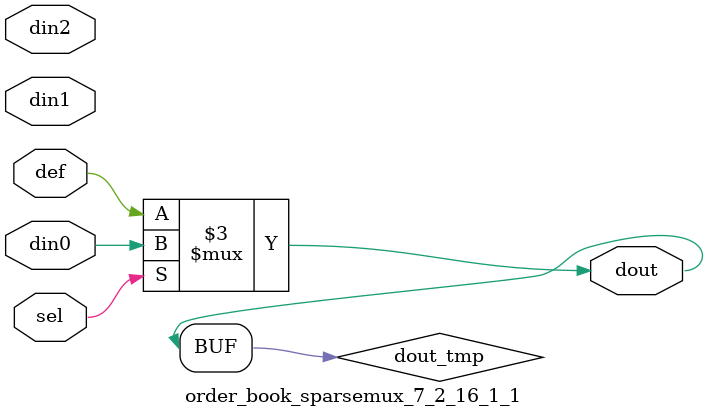
<source format=v>
`timescale 1ns / 1ps

module order_book_sparsemux_7_2_16_1_1 (din0,din1,din2,def,sel,dout);

parameter din0_WIDTH = 1;

parameter din1_WIDTH = 1;

parameter din2_WIDTH = 1;

parameter def_WIDTH = 1;
parameter sel_WIDTH = 1;
parameter dout_WIDTH = 1;

parameter [sel_WIDTH-1:0] CASE0 = 1;

parameter [sel_WIDTH-1:0] CASE1 = 1;

parameter [sel_WIDTH-1:0] CASE2 = 1;

parameter ID = 1;
parameter NUM_STAGE = 1;



input [din0_WIDTH-1:0] din0;

input [din1_WIDTH-1:0] din1;

input [din2_WIDTH-1:0] din2;

input [def_WIDTH-1:0] def;
input [sel_WIDTH-1:0] sel;

output [dout_WIDTH-1:0] dout;



reg [dout_WIDTH-1:0] dout_tmp;


always @ (*) begin
(* parallel_case *) case (sel)
    
    CASE0 : dout_tmp = din0;
    
    CASE1 : dout_tmp = din1;
    
    CASE2 : dout_tmp = din2;
    
    default : dout_tmp = def;
endcase
end


assign dout = dout_tmp;



endmodule

</source>
